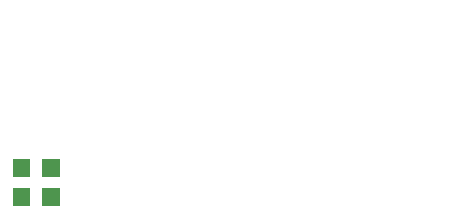
<source format=gbr>
G04 Test: Block apertures with polarity*
G04 Tests LPD/LPC inside block apertures*
G04 Based on Gerber spec section 4.9.2 and 4.11*
%FSLAX26Y26*%
%MOMM*%
%LPD*%
G04 Define apertures*
%ADD10C,0.3*%
%ADD11C,2.0*%
%ADD12C,1.0*%
G04 Define block D20: solid circle with clear center hole*
%ABD20*%
%LPD*%
D11*
X0Y0D03*
%LPC*%
D12*
X0Y0D03*
%LPD*%
%AB*%
G04 Define block D21: ring pattern*
%ABD21*%
%LPD*%
G36*
X-1500000Y-1500000D02*
G01*
X1500000D01*
Y1500000D01*
X-1500000D01*
Y-1500000D01*
G37*
%LPC*%
D12*
X0Y0D03*
%LPD*%
D10*
X0Y0D03*
%AB*%
G04 Define block D22: checkerboard pattern (2x2)*
%ABD22*%
%LPD*%
G36*
X-1000000Y0D02*
G01*
X0D01*
Y1000000D01*
X-1000000D01*
Y0D01*
G37*
G36*
X0Y-1000000D02*
X1000000D01*
Y0D01*
X0D01*
Y-1000000D01*
G37*
%AB*%
G04 Define block D23: cross cutout*
%ABD23*%
%LPD*%
G36*
X-2000000Y-2000000D02*
G01*
X2000000D01*
Y2000000D01*
X-2000000D01*
Y-2000000D01*
G37*
%LPC*%
G36*
X-500000Y-2000000D02*
X500000D01*
Y2000000D01*
X-500000D01*
Y-2000000D01*
G37*
G36*
X-2000000Y-500000D02*
X2000000D01*
Y500000D01*
X-2000000D01*
Y-500000D01*
G37*
%LPD*%
%AB*%
G04 Flash block apertures*
D20*
X5000000Y5000000D03*
D21*
X15000000Y5000000D03*
D22*
X25000000Y5000000D03*
D23*
X35000000Y5000000D03*
G04 Flash again in second row to verify repeatability*
D20*
X5000000Y15000000D03*
D21*
X15000000Y15000000D03*
D22*
X25000000Y15000000D03*
D23*
X35000000Y15000000D03*
M02*

</source>
